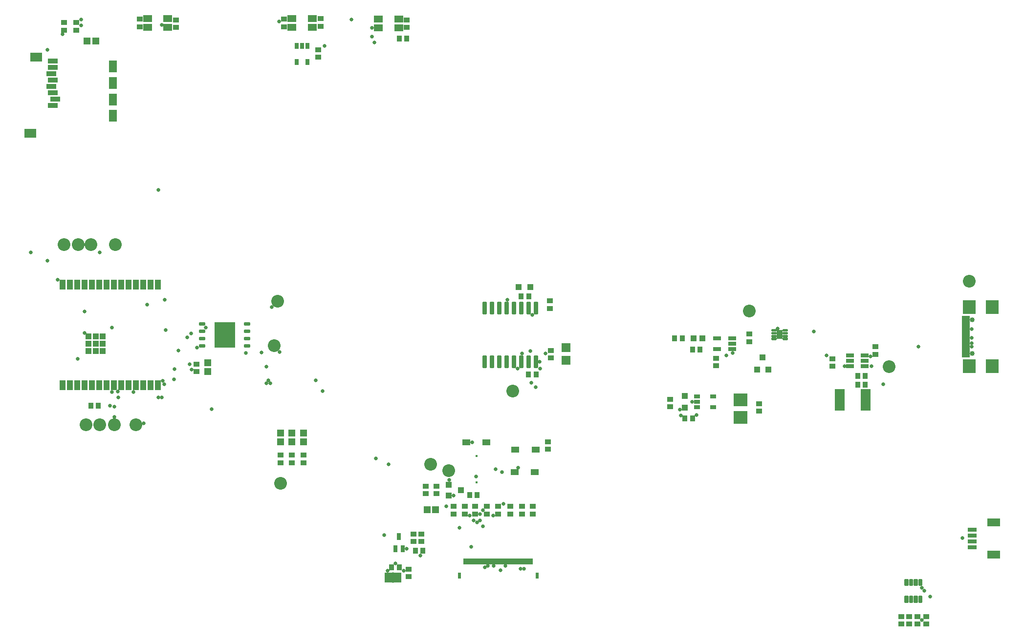
<source format=gbr>
G04 EAGLE Gerber RS-274X export*
G75*
%MOMM*%
%FSLAX34Y34*%
%LPD*%
%INSoldermask Top*%
%IPPOS*%
%AMOC8*
5,1,8,0,0,1.08239X$1,22.5*%
G01*
G04 Define Apertures*
%ADD10R,1.403200X2.003200*%
%ADD11R,2.103200X1.603200*%
%ADD12R,1.703200X0.903200*%
%ADD13R,0.803200X1.103200*%
%ADD14C,0.349006*%
%ADD15R,1.103200X1.703200*%
%ADD16R,1.003200X1.003200*%
%ADD17C,0.330503*%
%ADD18R,1.403200X0.753200*%
%ADD19R,0.503200X1.003200*%
%ADD20R,0.603200X1.003200*%
%ADD21C,0.269722*%
%ADD22R,1.103200X1.503200*%
%ADD23R,2.203200X1.403200*%
%ADD24R,1.553200X0.803200*%
%ADD25R,1.353200X0.503200*%
%ADD26R,2.203200X2.383200*%
%ADD27C,0.853200*%
%ADD28R,1.403200X0.803200*%
%ADD29C,0.315166*%
%ADD30R,3.603200X4.503200*%
%ADD31R,1.103200X0.803200*%
%ADD32R,1.703200X3.803200*%
%ADD33R,0.903200X1.103200*%
%ADD34R,1.103200X0.903200*%
%ADD35R,2.403200X2.203200*%
%ADD36R,1.103200X1.003200*%
%ADD37R,1.003200X1.103200*%
%ADD38R,0.152400X1.828800*%
%ADD39R,1.371600X1.803400*%
%ADD40R,0.330200X0.330200*%
%ADD41R,1.353200X1.003200*%
%ADD42R,0.703200X1.253200*%
%ADD43R,1.603200X1.253200*%
%ADD44R,1.603200X1.603200*%
%ADD45C,2.203200*%
%ADD46R,1.173200X1.143200*%
%ADD47R,1.143200X1.173200*%
%ADD48C,0.655600*%
D10*
X-687840Y380000D03*
X-687840Y437000D03*
D11*
X-830340Y350000D03*
X-820340Y481500D03*
D12*
X-791840Y398000D03*
X-787840Y409000D03*
X-791840Y420000D03*
X-793840Y431000D03*
X-791840Y442000D03*
X-793840Y453000D03*
X-791840Y464000D03*
X-791840Y475000D03*
D10*
X-687840Y408500D03*
X-687840Y465500D03*
D13*
X-350500Y501000D03*
X-360000Y501000D03*
X-369500Y501000D03*
X-369500Y473000D03*
X-350500Y473000D03*
D14*
X42729Y56071D02*
X42729Y37029D01*
X42729Y56071D02*
X47171Y56071D01*
X47171Y37029D01*
X42729Y37029D01*
X42729Y40344D02*
X47171Y40344D01*
X47171Y43659D02*
X42729Y43659D01*
X42729Y46974D02*
X47171Y46974D01*
X47171Y50289D02*
X42729Y50289D01*
X42729Y53604D02*
X47171Y53604D01*
X30029Y56071D02*
X30029Y37029D01*
X30029Y56071D02*
X34471Y56071D01*
X34471Y37029D01*
X30029Y37029D01*
X30029Y40344D02*
X34471Y40344D01*
X34471Y43659D02*
X30029Y43659D01*
X30029Y46974D02*
X34471Y46974D01*
X34471Y50289D02*
X30029Y50289D01*
X30029Y53604D02*
X34471Y53604D01*
X17329Y56071D02*
X17329Y37029D01*
X17329Y56071D02*
X21771Y56071D01*
X21771Y37029D01*
X17329Y37029D01*
X17329Y40344D02*
X21771Y40344D01*
X21771Y43659D02*
X17329Y43659D01*
X17329Y46974D02*
X21771Y46974D01*
X21771Y50289D02*
X17329Y50289D01*
X17329Y53604D02*
X21771Y53604D01*
X4629Y56071D02*
X4629Y37029D01*
X4629Y56071D02*
X9071Y56071D01*
X9071Y37029D01*
X4629Y37029D01*
X4629Y40344D02*
X9071Y40344D01*
X9071Y43659D02*
X4629Y43659D01*
X4629Y46974D02*
X9071Y46974D01*
X9071Y50289D02*
X4629Y50289D01*
X4629Y53604D02*
X9071Y53604D01*
X-8071Y56071D02*
X-8071Y37029D01*
X-8071Y56071D02*
X-3629Y56071D01*
X-3629Y37029D01*
X-8071Y37029D01*
X-8071Y40344D02*
X-3629Y40344D01*
X-3629Y43659D02*
X-8071Y43659D01*
X-8071Y46974D02*
X-3629Y46974D01*
X-3629Y50289D02*
X-8071Y50289D01*
X-8071Y53604D02*
X-3629Y53604D01*
X-20771Y56071D02*
X-20771Y37029D01*
X-20771Y56071D02*
X-16329Y56071D01*
X-16329Y37029D01*
X-20771Y37029D01*
X-20771Y40344D02*
X-16329Y40344D01*
X-16329Y43659D02*
X-20771Y43659D01*
X-20771Y46974D02*
X-16329Y46974D01*
X-16329Y50289D02*
X-20771Y50289D01*
X-20771Y53604D02*
X-16329Y53604D01*
X-33471Y56071D02*
X-33471Y37029D01*
X-33471Y56071D02*
X-29029Y56071D01*
X-29029Y37029D01*
X-33471Y37029D01*
X-33471Y40344D02*
X-29029Y40344D01*
X-29029Y43659D02*
X-33471Y43659D01*
X-33471Y46974D02*
X-29029Y46974D01*
X-29029Y50289D02*
X-33471Y50289D01*
X-33471Y53604D02*
X-29029Y53604D01*
X-46171Y56071D02*
X-46171Y37029D01*
X-46171Y56071D02*
X-41729Y56071D01*
X-41729Y37029D01*
X-46171Y37029D01*
X-46171Y40344D02*
X-41729Y40344D01*
X-41729Y43659D02*
X-46171Y43659D01*
X-46171Y46974D02*
X-41729Y46974D01*
X-41729Y50289D02*
X-46171Y50289D01*
X-46171Y53604D02*
X-41729Y53604D01*
X-46171Y-37029D02*
X-46171Y-56071D01*
X-46171Y-37029D02*
X-41729Y-37029D01*
X-41729Y-56071D01*
X-46171Y-56071D01*
X-46171Y-52756D02*
X-41729Y-52756D01*
X-41729Y-49441D02*
X-46171Y-49441D01*
X-46171Y-46126D02*
X-41729Y-46126D01*
X-41729Y-42811D02*
X-46171Y-42811D01*
X-46171Y-39496D02*
X-41729Y-39496D01*
X-33471Y-37029D02*
X-33471Y-56071D01*
X-33471Y-37029D02*
X-29029Y-37029D01*
X-29029Y-56071D01*
X-33471Y-56071D01*
X-33471Y-52756D02*
X-29029Y-52756D01*
X-29029Y-49441D02*
X-33471Y-49441D01*
X-33471Y-46126D02*
X-29029Y-46126D01*
X-29029Y-42811D02*
X-33471Y-42811D01*
X-33471Y-39496D02*
X-29029Y-39496D01*
X-20771Y-37029D02*
X-20771Y-56071D01*
X-20771Y-37029D02*
X-16329Y-37029D01*
X-16329Y-56071D01*
X-20771Y-56071D01*
X-20771Y-52756D02*
X-16329Y-52756D01*
X-16329Y-49441D02*
X-20771Y-49441D01*
X-20771Y-46126D02*
X-16329Y-46126D01*
X-16329Y-42811D02*
X-20771Y-42811D01*
X-20771Y-39496D02*
X-16329Y-39496D01*
X-8071Y-37029D02*
X-8071Y-56071D01*
X-8071Y-37029D02*
X-3629Y-37029D01*
X-3629Y-56071D01*
X-8071Y-56071D01*
X-8071Y-52756D02*
X-3629Y-52756D01*
X-3629Y-49441D02*
X-8071Y-49441D01*
X-8071Y-46126D02*
X-3629Y-46126D01*
X-3629Y-42811D02*
X-8071Y-42811D01*
X-8071Y-39496D02*
X-3629Y-39496D01*
X4629Y-37029D02*
X4629Y-56071D01*
X4629Y-37029D02*
X9071Y-37029D01*
X9071Y-56071D01*
X4629Y-56071D01*
X4629Y-52756D02*
X9071Y-52756D01*
X9071Y-49441D02*
X4629Y-49441D01*
X4629Y-46126D02*
X9071Y-46126D01*
X9071Y-42811D02*
X4629Y-42811D01*
X4629Y-39496D02*
X9071Y-39496D01*
X17329Y-37029D02*
X17329Y-56071D01*
X17329Y-37029D02*
X21771Y-37029D01*
X21771Y-56071D01*
X17329Y-56071D01*
X17329Y-52756D02*
X21771Y-52756D01*
X21771Y-49441D02*
X17329Y-49441D01*
X17329Y-46126D02*
X21771Y-46126D01*
X21771Y-42811D02*
X17329Y-42811D01*
X17329Y-39496D02*
X21771Y-39496D01*
X30029Y-37029D02*
X30029Y-56071D01*
X30029Y-37029D02*
X34471Y-37029D01*
X34471Y-56071D01*
X30029Y-56071D01*
X30029Y-52756D02*
X34471Y-52756D01*
X34471Y-49441D02*
X30029Y-49441D01*
X30029Y-46126D02*
X34471Y-46126D01*
X34471Y-42811D02*
X30029Y-42811D01*
X30029Y-39496D02*
X34471Y-39496D01*
X42729Y-37029D02*
X42729Y-56071D01*
X42729Y-37029D02*
X47171Y-37029D01*
X47171Y-56071D01*
X42729Y-56071D01*
X42729Y-52756D02*
X47171Y-52756D01*
X47171Y-49441D02*
X42729Y-49441D01*
X42729Y-46126D02*
X47171Y-46126D01*
X47171Y-42811D02*
X42729Y-42811D01*
X42729Y-39496D02*
X47171Y-39496D01*
D15*
X-774600Y-87500D03*
X-761900Y-87500D03*
X-749200Y-87500D03*
X-736500Y-87500D03*
X-723800Y-87500D03*
X-711100Y-87500D03*
X-698400Y-87500D03*
X-685700Y-87500D03*
X-673000Y-87500D03*
X-660300Y-87500D03*
X-647600Y-87500D03*
X-634900Y-87500D03*
X-622200Y-87500D03*
X-609500Y-87500D03*
X-609500Y87500D03*
X-622200Y87500D03*
X-634900Y87500D03*
X-647600Y87500D03*
X-660300Y87500D03*
X-673000Y87500D03*
X-685700Y87500D03*
X-698400Y87500D03*
X-711100Y87500D03*
X-723800Y87500D03*
X-736500Y87500D03*
X-749200Y87500D03*
X-761900Y87500D03*
X-774600Y87500D03*
D16*
X-717400Y-15050D03*
X-729900Y-27550D03*
X-729900Y-15050D03*
X-729900Y-2550D03*
X-717400Y-27550D03*
X-717400Y-2550D03*
X-704900Y-27550D03*
X-704900Y-15050D03*
X-704900Y-2550D03*
D17*
X688864Y-424976D02*
X688864Y-433864D01*
X685136Y-433864D01*
X685136Y-424976D01*
X688864Y-424976D01*
X688864Y-430724D02*
X685136Y-430724D01*
X685136Y-427584D02*
X688864Y-427584D01*
X696864Y-424976D02*
X696864Y-433864D01*
X693136Y-433864D01*
X693136Y-424976D01*
X696864Y-424976D01*
X696864Y-430724D02*
X693136Y-430724D01*
X693136Y-427584D02*
X696864Y-427584D01*
X704864Y-424976D02*
X704864Y-433864D01*
X701136Y-433864D01*
X701136Y-424976D01*
X704864Y-424976D01*
X704864Y-430724D02*
X701136Y-430724D01*
X701136Y-427584D02*
X704864Y-427584D01*
X712864Y-424976D02*
X712864Y-433864D01*
X709136Y-433864D01*
X709136Y-424976D01*
X712864Y-424976D01*
X712864Y-430724D02*
X709136Y-430724D01*
X709136Y-427584D02*
X712864Y-427584D01*
X713064Y-454136D02*
X713064Y-463024D01*
X709336Y-463024D01*
X709336Y-454136D01*
X713064Y-454136D01*
X713064Y-459884D02*
X709336Y-459884D01*
X709336Y-456744D02*
X713064Y-456744D01*
X704864Y-454136D02*
X704864Y-463024D01*
X701136Y-463024D01*
X701136Y-454136D01*
X704864Y-454136D01*
X704864Y-459884D02*
X701136Y-459884D01*
X701136Y-456744D02*
X704864Y-456744D01*
X696864Y-454136D02*
X696864Y-463024D01*
X693136Y-463024D01*
X693136Y-454136D01*
X696864Y-454136D01*
X696864Y-459884D02*
X693136Y-459884D01*
X693136Y-456744D02*
X696864Y-456744D01*
X688864Y-454136D02*
X688864Y-463024D01*
X685136Y-463024D01*
X685136Y-454136D01*
X688864Y-454136D01*
X688864Y-459884D02*
X685136Y-459884D01*
X685136Y-456744D02*
X688864Y-456744D01*
D18*
X385001Y-24500D03*
X385001Y-15000D03*
X385001Y-5500D03*
X358999Y-5500D03*
X358999Y-24500D03*
D19*
X37500Y-392500D03*
X32500Y-392500D03*
X27500Y-392500D03*
X22500Y-392500D03*
X17500Y-392500D03*
X12500Y-392500D03*
X7500Y-392500D03*
X2500Y-392500D03*
X-2500Y-392500D03*
X-7500Y-392500D03*
X-12500Y-392500D03*
X-17500Y-392500D03*
X-22500Y-392500D03*
X-27500Y-392500D03*
X-32500Y-392500D03*
X-37500Y-392500D03*
X-42500Y-392500D03*
X-47500Y-392500D03*
X-52500Y-392500D03*
X-57500Y-392500D03*
X-62500Y-392500D03*
X-67500Y-392500D03*
X-72500Y-392500D03*
X-77500Y-392500D03*
D20*
X47500Y-417500D03*
X-87500Y-417500D03*
D21*
X453682Y7482D02*
X460618Y7482D01*
X453682Y7482D02*
X453682Y9518D01*
X460618Y9518D01*
X460618Y7482D01*
X460618Y2482D02*
X453682Y2482D01*
X453682Y4518D01*
X460618Y4518D01*
X460618Y2482D01*
X460618Y-2518D02*
X453682Y-2518D01*
X453682Y-482D01*
X460618Y-482D01*
X460618Y-2518D01*
X460618Y-7518D02*
X453682Y-7518D01*
X453682Y-5482D01*
X460618Y-5482D01*
X460618Y-7518D01*
X473382Y-7518D02*
X480318Y-7518D01*
X473382Y-7518D02*
X473382Y-5482D01*
X480318Y-5482D01*
X480318Y-7518D01*
X480318Y-2518D02*
X473382Y-2518D01*
X473382Y-482D01*
X480318Y-482D01*
X480318Y-2518D01*
X480318Y2482D02*
X473382Y2482D01*
X473382Y4518D01*
X480318Y4518D01*
X480318Y2482D01*
X480318Y7482D02*
X473382Y7482D01*
X473382Y9518D01*
X480318Y9518D01*
X480318Y7482D01*
D22*
X467000Y1000D03*
D23*
X837750Y-381000D03*
X837750Y-325000D03*
D24*
X801000Y-368000D03*
X801000Y-358000D03*
X801000Y-348000D03*
X801000Y-338000D03*
D25*
X790220Y-36500D03*
X790220Y-28500D03*
X790220Y-15500D03*
X790220Y-5500D03*
X790220Y-500D03*
X790220Y9500D03*
X790220Y22500D03*
X790220Y30500D03*
X790220Y27500D03*
X790220Y19500D03*
X790220Y14500D03*
X790220Y4500D03*
X790220Y-10500D03*
X790220Y-20500D03*
X790220Y-25500D03*
X790220Y-33500D03*
D26*
X835270Y-54100D03*
X835270Y48100D03*
X795970Y-54100D03*
X795970Y48100D03*
D27*
X800970Y-31900D03*
X800970Y25900D03*
D28*
X589500Y-35500D03*
X589500Y-45000D03*
X589500Y-54500D03*
X614500Y-54500D03*
X614500Y-45000D03*
X614500Y-35500D03*
D29*
X-528810Y17410D02*
X-537090Y17410D01*
X-537090Y20690D01*
X-528810Y20690D01*
X-528810Y17410D01*
X-528810Y20404D02*
X-537090Y20404D01*
X-537090Y4710D02*
X-528810Y4710D01*
X-537090Y4710D02*
X-537090Y7990D01*
X-528810Y7990D01*
X-528810Y4710D01*
X-528810Y7704D02*
X-537090Y7704D01*
X-537090Y-7990D02*
X-528810Y-7990D01*
X-537090Y-7990D02*
X-537090Y-4710D01*
X-528810Y-4710D01*
X-528810Y-7990D01*
X-528810Y-4996D02*
X-537090Y-4996D01*
X-537090Y-20690D02*
X-528810Y-20690D01*
X-537090Y-20690D02*
X-537090Y-17410D01*
X-528810Y-17410D01*
X-528810Y-20690D01*
X-528810Y-17696D02*
X-537090Y-17696D01*
X-459190Y-20690D02*
X-450910Y-20690D01*
X-459190Y-20690D02*
X-459190Y-17410D01*
X-450910Y-17410D01*
X-450910Y-20690D01*
X-450910Y-17696D02*
X-459190Y-17696D01*
X-459190Y-7990D02*
X-450910Y-7990D01*
X-459190Y-7990D02*
X-459190Y-4710D01*
X-450910Y-4710D01*
X-450910Y-7990D01*
X-450910Y-4996D02*
X-459190Y-4996D01*
X-459190Y4710D02*
X-450910Y4710D01*
X-459190Y4710D02*
X-459190Y7990D01*
X-450910Y7990D01*
X-450910Y4710D01*
X-450910Y7704D02*
X-459190Y7704D01*
X-459190Y17410D02*
X-450910Y17410D01*
X-459190Y17410D02*
X-459190Y20690D01*
X-450910Y20690D01*
X-450910Y17410D01*
X-450910Y20404D02*
X-459190Y20404D01*
D30*
X-494000Y0D03*
D31*
X324000Y-106500D03*
X324000Y-116000D03*
X324000Y-125500D03*
X352000Y-125500D03*
X352000Y-106500D03*
D32*
X616500Y-113000D03*
X571500Y-113000D03*
D33*
X602500Y-86000D03*
X615500Y-86000D03*
D34*
X633000Y-20500D03*
X633000Y-33500D03*
D33*
X602500Y-71000D03*
X615500Y-71000D03*
D34*
X559000Y-54500D03*
X559000Y-41500D03*
D33*
X303500Y-145000D03*
X316500Y-145000D03*
D34*
X431500Y-119100D03*
X431500Y-132100D03*
D35*
X400000Y-113000D03*
X400000Y-143000D03*
D36*
X303000Y-126500D03*
X303000Y-105500D03*
D37*
X428500Y-60000D03*
X447500Y-60000D03*
X438000Y-39000D03*
D34*
X278000Y-124500D03*
X278000Y-111500D03*
X-751000Y541500D03*
X-751000Y528500D03*
D33*
X-712500Y-123000D03*
X-725500Y-123000D03*
D38*
X-202000Y-421000D03*
D39*
X-194380Y-421000D03*
X-209620Y-421000D03*
D34*
X-175000Y-419500D03*
X-175000Y-406500D03*
D40*
X-58000Y-210140D03*
X-58000Y-255860D03*
D33*
X-56500Y-278000D03*
X-69500Y-278000D03*
D41*
X8500Y-238000D03*
X43500Y-238000D03*
X-40500Y-186000D03*
X-75500Y-186000D03*
X44500Y-199000D03*
X9500Y-199000D03*
D34*
X66000Y-198500D03*
X66000Y-185500D03*
D33*
X-191500Y-403000D03*
X-204500Y-403000D03*
D42*
X-198500Y-370500D03*
X-185500Y-370500D03*
X-192000Y-349500D03*
D33*
X-150500Y-374000D03*
X-163500Y-374000D03*
D34*
X357000Y-40500D03*
X357000Y-53500D03*
D16*
X333500Y-6000D03*
X318500Y-6000D03*
D33*
X285500Y-6000D03*
X298500Y-6000D03*
X316500Y-25000D03*
X329500Y-25000D03*
D34*
X415000Y1500D03*
X415000Y-11500D03*
X-97000Y-297500D03*
X-97000Y-310500D03*
X-167000Y-345500D03*
X-167000Y-358500D03*
X-153000Y-345500D03*
X-153000Y-358500D03*
X-78000Y-297500D03*
X-78000Y-310500D03*
X-60000Y-297500D03*
X-60000Y-310500D03*
X-40000Y-297500D03*
X-40000Y-310500D03*
X-20000Y-297500D03*
X-20000Y-310500D03*
X1000Y-297500D03*
X1000Y-310500D03*
X21000Y-297500D03*
X21000Y-310500D03*
X40000Y-297500D03*
X40000Y-310500D03*
D36*
X-106000Y-259500D03*
X-106000Y-278500D03*
X-85000Y-269000D03*
D34*
X-127000Y-262500D03*
X-127000Y-275500D03*
X721000Y-501500D03*
X721000Y-488500D03*
X706000Y-501500D03*
X706000Y-488500D03*
X692000Y-488500D03*
X692000Y-501500D03*
X678000Y-488500D03*
X678000Y-501500D03*
X-332000Y481500D03*
X-332000Y494500D03*
X-179000Y546500D03*
X-179000Y533500D03*
D43*
X-192500Y547500D03*
X-227500Y547500D03*
X-227500Y532500D03*
X-192500Y532500D03*
D33*
X-178500Y514000D03*
X-191500Y514000D03*
D34*
X-641000Y547500D03*
X-641000Y534500D03*
D43*
X-592500Y548500D03*
X-627500Y548500D03*
X-627500Y533500D03*
X-592500Y533500D03*
D34*
X-578000Y546500D03*
X-578000Y533500D03*
X-391024Y547600D03*
X-391024Y534600D03*
D43*
X-342500Y548500D03*
X-377500Y548500D03*
X-377500Y533500D03*
X-342500Y533500D03*
D34*
X-328000Y548340D03*
X-328000Y535340D03*
D37*
X35900Y82600D03*
X14900Y82600D03*
D34*
X69200Y45900D03*
X69200Y58900D03*
X71000Y-40100D03*
X71000Y-27100D03*
D44*
X97300Y-44100D03*
X97300Y-22100D03*
D33*
X32300Y-68300D03*
X45300Y-68300D03*
X32700Y67100D03*
X19700Y67100D03*
D45*
X-747270Y157000D03*
X-726000Y157000D03*
X414800Y41800D03*
X4800Y-97000D03*
X795800Y93200D03*
X-402200Y58400D03*
X-408000Y-19000D03*
X-710000Y-156000D03*
X-772000Y157000D03*
X-648000Y-156000D03*
X-734000Y-156000D03*
X-683000Y157000D03*
X-137200Y-224200D03*
X656800Y-55000D03*
X-685000Y-156000D03*
X-397000Y-257000D03*
X-106000Y-235000D03*
D46*
X-717500Y510000D03*
X-732500Y510000D03*
D34*
X-772000Y528500D03*
X-772000Y541500D03*
D47*
X-523000Y-48500D03*
X-523000Y-63500D03*
D34*
X-543000Y-63500D03*
X-543000Y-50500D03*
D47*
X-378000Y-170500D03*
X-378000Y-185500D03*
D34*
X-378000Y-208500D03*
X-378000Y-221500D03*
D47*
X-357000Y-170500D03*
X-357000Y-185500D03*
D34*
X-357000Y-208500D03*
X-357000Y-221500D03*
D46*
X-143500Y-303000D03*
X-128500Y-303000D03*
D34*
X-146000Y-275500D03*
X-146000Y-262500D03*
D47*
X-397000Y-170500D03*
X-397000Y-185500D03*
D34*
X-397000Y-208500D03*
X-397000Y-221500D03*
D48*
X-238760Y517525D03*
X-238760Y532765D03*
X-742950Y536575D03*
X-742950Y547370D03*
X-736600Y40640D03*
X-736600Y3810D03*
X-541655Y-22225D03*
X13335Y-58420D03*
X52705Y-58420D03*
X323215Y-138430D03*
X315595Y-116205D03*
X36830Y-82550D03*
X-829945Y142875D03*
X-782955Y95885D03*
X-652145Y-99060D03*
X-554355Y-50800D03*
X-581660Y-76835D03*
X646430Y-85725D03*
X800100Y-20320D03*
X624840Y-37465D03*
X800100Y-5080D03*
X626745Y-53975D03*
X800100Y-13970D03*
X708025Y-20320D03*
X800100Y10160D03*
X579755Y-53975D03*
X-324485Y-97155D03*
X-421640Y-83820D03*
X-608965Y-107950D03*
X548640Y-35560D03*
X-336550Y-78740D03*
X-418465Y-78740D03*
X-602615Y-107950D03*
X295910Y-139700D03*
X294640Y-129540D03*
X-689610Y-99060D03*
X-551180Y-59690D03*
X-27940Y-400050D03*
X-398780Y-29210D03*
X-421640Y-55245D03*
X-801370Y494665D03*
X-774700Y521335D03*
X-526415Y12700D03*
X-412115Y48260D03*
X-689610Y12700D03*
X-800735Y128905D03*
X-43180Y-403225D03*
X-232410Y-213995D03*
X-430530Y-30480D03*
X-598805Y-85090D03*
X-457200Y-31115D03*
X-320675Y501015D03*
X-274320Y547370D03*
X-234950Y507365D03*
X-748665Y-41275D03*
X-685165Y-124460D03*
X-685165Y-142240D03*
X-415290Y-83820D03*
X-679450Y-98425D03*
X38735Y34925D03*
X-15875Y-408305D03*
X-516890Y-128905D03*
X-608965Y251460D03*
X-603250Y537845D03*
X-634365Y-153035D03*
X-217805Y-346710D03*
X-601345Y-79375D03*
X-581025Y-59055D03*
X-710565Y143510D03*
X-399415Y543560D03*
X-598170Y60960D03*
X-4445Y60960D03*
X-552450Y2540D03*
X44450Y-90170D03*
X-558800Y-3810D03*
X-210185Y-224155D03*
X718185Y-443865D03*
X727710Y-453390D03*
X464185Y11430D03*
X35560Y-27940D03*
X-628015Y52705D03*
X713740Y-494665D03*
X713740Y-438150D03*
X783590Y-352425D03*
X-596265Y8255D03*
X51435Y-46355D03*
X526415Y5715D03*
X-7620Y-400050D03*
X-574040Y-26670D03*
X-692785Y-122555D03*
X-678180Y-107950D03*
X-212090Y-408940D03*
X-183515Y-408940D03*
X-38100Y-400050D03*
X-67310Y-367030D03*
X-105410Y-251460D03*
X-97790Y-278765D03*
X-109855Y-297180D03*
X-58420Y-245745D03*
X-24765Y-233045D03*
X-65405Y-186055D03*
X-13970Y-237490D03*
X-11430Y-292735D03*
X-86995Y-334645D03*
X-62865Y-321945D03*
X-69850Y-313055D03*
X13970Y-229870D03*
X24765Y-405130D03*
X-198120Y-396240D03*
X18415Y-405130D03*
X-154940Y-382270D03*
X-178435Y-370840D03*
X375285Y-35560D03*
X386080Y-31115D03*
X-57150Y-325120D03*
X-51435Y-310515D03*
X-52070Y-321945D03*
X-46990Y-304165D03*
X-46990Y-331470D03*
X-28575Y-313055D03*
X20955Y-32385D03*
X61595Y-32385D03*
M02*

</source>
